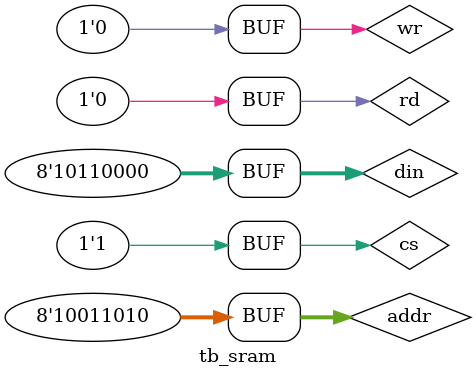
<source format=v>
`timescale 1 ns / 1 ns
`include "sram.v"

module tb_sram();

wire [7:0] dout;
reg [7:0] din;
reg [7:0] addr;
reg wr;
reg rd;
reg cs;

initial begin
	addr = 8'b1001_1010;
    cs = 1'b1;
	din = 8'b1011_0101;
    wr = 1'b0;
    rd = 1'b1;
    #10 wr = 1'b1;
    #1 wr = 1'b0;
    #3 rd = 1'b0;
    din = 8'b1011_0000;
    #10 wr = 1'b1;
    #1 wr = 1'b0;
    #3 rd = 1'b0; 
end

sram sr(dout, din, addr, wr, rd, cs);

initial
    $monitor ("At time %6t, addr = %d, wr = %b, rd = %b, din = %8b, dout = %8b",$time,addr,wr,rd,din,dout);

endmodule
</source>
